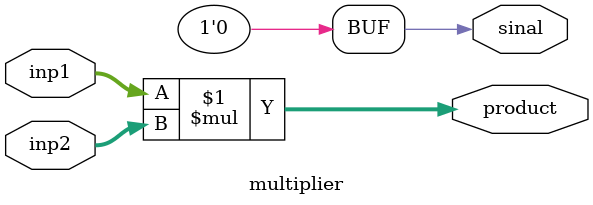
<source format=v>
module multiplier(inp1, inp2, product, sinal);
input [3:0] inp1, inp2;
output [7:0] product;
output sinal;

assign product = inp1 * inp2;
assign sinal = 0;

endmodule

</source>
